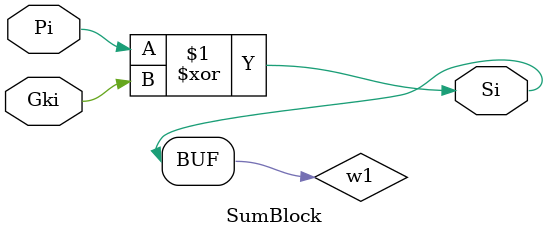
<source format=v>
module SumBlock(Pi, Gki, Si);
  input Pi, Gki;
  output Si;
  
  reg Si;
  
  wire w1;
  
  xor(w1, Pi, Gki);
  assign w1 = Si;  
  
endmodule

</source>
